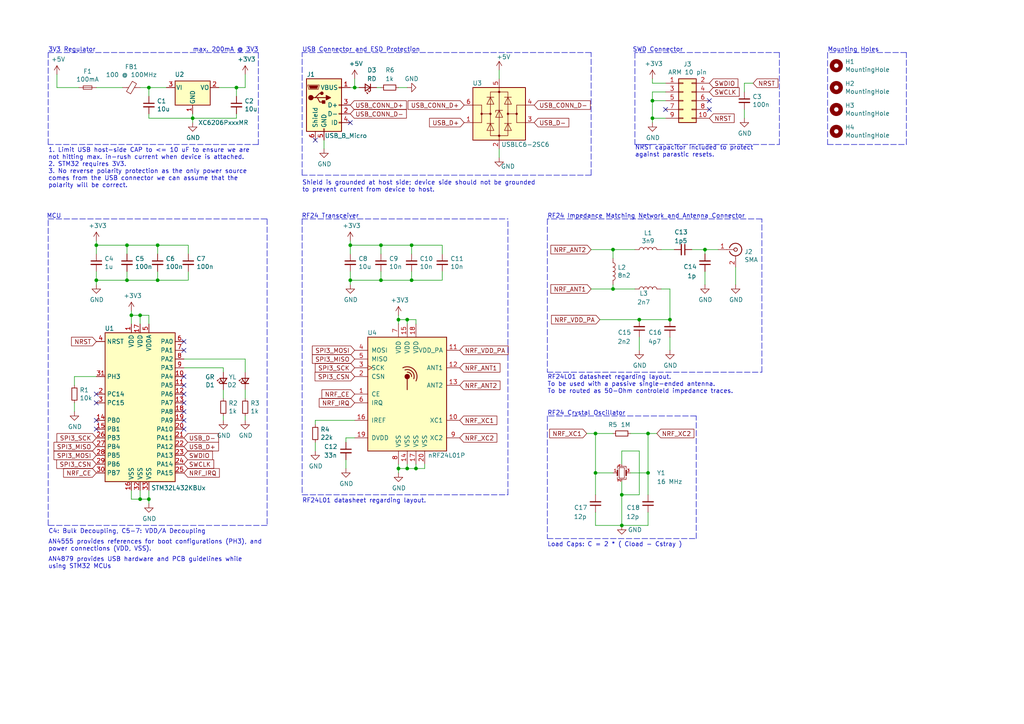
<source format=kicad_sch>
(kicad_sch (version 20211123) (generator eeschema)
  (paper "A4")
  (lib_symbols
    (symbol "Connector:Conn_Coaxial" (pin_names (offset 1.016) hide)
      (property "Reference" "J" (at 0.254 3.048 0))
      (property "Value" "Conn_Coaxial" (at 2.921 0 90))
      (symbol "Conn_Coaxial_0_1"
        (arc (start -1.778 -0.508) (mid 0.2311 -1.8066) (end 1.778 0) (stroke (width 0.254)))
        (polyline (pts (xy -2.54 0) (xy -0.508 0)))
        (polyline (pts (xy 0 -2.54) (xy 0 -1.778)))
        (circle (center 0 0) (radius 0.508) (stroke (width 0.2032)))
        (arc (start 1.778 0) (mid 0.2099 1.8101) (end -1.778 0.508) (stroke (width 0.254)))
      )
      (symbol "Conn_Coaxial_1_1"
        (pin passive line (at -5.08 0 0) (length 2.54) (name "In") (number "1"))
        (pin passive line (at 0 -5.08 90) (length 2.54) (name "Ext") (number "2"))
      )
    )
    (symbol "Connector:USB_B_Micro" (pin_names (offset 1.016))
      (property "Reference" "J" (at -5.08 11.43 0))
      (property "Value" "USB_B_Micro" (at -5.08 8.89 0))
      (symbol "USB_B_Micro_0_1"
        (rectangle (start -5.08 -7.62) (end 5.08 7.62) (stroke (width 0.254)) (fill (type background)))
        (circle (center -3.81 2.159) (radius 0.635) (stroke (width 0.254)) (fill (type outline)))
        (circle (center -0.635 3.429) (radius 0.381) (stroke (width 0.254)) (fill (type outline)))
        (rectangle (start -0.127 -7.62) (end 0.127 -6.858))
        (polyline (pts (xy -1.905 2.159) (xy 0.635 2.159)) (stroke (width 0.254)))
        (polyline (pts (xy -3.175 2.159) (xy -2.54 2.159) (xy -1.27 3.429) (xy -0.635 3.429)) (stroke (width 0.254)))
        (polyline (pts (xy -2.54 2.159) (xy -1.905 2.159) (xy -1.27 0.889) (xy 0 0.889)) (stroke (width 0.254)))
        (polyline (pts (xy 0.635 2.794) (xy 0.635 1.524) (xy 1.905 2.159) (xy 0.635 2.794)) (stroke (width 0.254)) (fill (type outline)))
        (polyline (pts (xy -4.318 5.588) (xy -1.778 5.588) (xy -2.032 4.826) (xy -4.064 4.826) (xy -4.318 5.588)) (fill (type outline)))
        (polyline (pts (xy -4.699 5.842) (xy -4.699 5.588) (xy -4.445 4.826) (xy -4.445 4.572) (xy -1.651 4.572) (xy -1.651 4.826) (xy -1.397 5.588) (xy -1.397 5.842) (xy -4.699 5.842)))
        (rectangle (start 0.254 1.27) (end -0.508 0.508) (stroke (width 0.254)) (fill (type outline)))
        (rectangle (start 5.08 -5.207) (end 4.318 -4.953))
        (rectangle (start 5.08 -2.667) (end 4.318 -2.413))
        (rectangle (start 5.08 -0.127) (end 4.318 0.127))
        (rectangle (start 5.08 4.953) (end 4.318 5.207))
      )
      (symbol "USB_B_Micro_1_1"
        (pin power_out line (at 7.62 5.08 180) (length 2.54) (name "VBUS") (number "1"))
        (pin bidirectional line (at 7.62 -2.54 180) (length 2.54) (name "D-") (number "2"))
        (pin bidirectional line (at 7.62 0 180) (length 2.54) (name "D+") (number "3"))
        (pin passive line (at 7.62 -5.08 180) (length 2.54) (name "ID") (number "4"))
        (pin power_out line (at 0 -10.16 90) (length 2.54) (name "GND") (number "5"))
        (pin passive line (at -2.54 -10.16 90) (length 2.54) (name "Shield") (number "6"))
      )
    )
    (symbol "Connector_Generic:Conn_02x05_Odd_Even" (pin_names (offset 1.016) hide)
      (property "Reference" "J" (at 1.27 7.62 0))
      (property "Value" "Conn_02x05_Odd_Even" (at 1.27 -7.62 0))
      (symbol "Conn_02x05_Odd_Even_1_1"
        (rectangle (start -1.27 -4.953) (end 0 -5.207) (stroke (width 0.1524)))
        (rectangle (start -1.27 -2.413) (end 0 -2.667) (stroke (width 0.1524)))
        (rectangle (start -1.27 0.127) (end 0 -0.127) (stroke (width 0.1524)))
        (rectangle (start -1.27 2.667) (end 0 2.413) (stroke (width 0.1524)))
        (rectangle (start -1.27 5.207) (end 0 4.953) (stroke (width 0.1524)))
        (rectangle (start -1.27 6.35) (end 3.81 -6.35) (stroke (width 0.254)) (fill (type background)))
        (rectangle (start 3.81 -4.953) (end 2.54 -5.207) (stroke (width 0.1524)))
        (rectangle (start 3.81 -2.413) (end 2.54 -2.667) (stroke (width 0.1524)))
        (rectangle (start 3.81 0.127) (end 2.54 -0.127) (stroke (width 0.1524)))
        (rectangle (start 3.81 2.667) (end 2.54 2.413) (stroke (width 0.1524)))
        (rectangle (start 3.81 5.207) (end 2.54 4.953) (stroke (width 0.1524)))
        (pin passive line (at -5.08 5.08 0) (length 3.81) (name "Pin_1") (number "1"))
        (pin passive line (at 7.62 -5.08 180) (length 3.81) (name "Pin_10") (number "10"))
        (pin passive line (at 7.62 5.08 180) (length 3.81) (name "Pin_2") (number "2"))
        (pin passive line (at -5.08 2.54 0) (length 3.81) (name "Pin_3") (number "3"))
        (pin passive line (at 7.62 2.54 180) (length 3.81) (name "Pin_4") (number "4"))
        (pin passive line (at -5.08 0 0) (length 3.81) (name "Pin_5") (number "5"))
        (pin passive line (at 7.62 0 180) (length 3.81) (name "Pin_6") (number "6"))
        (pin passive line (at -5.08 -2.54 0) (length 3.81) (name "Pin_7") (number "7"))
        (pin passive line (at 7.62 -2.54 180) (length 3.81) (name "Pin_8") (number "8"))
        (pin passive line (at -5.08 -5.08 0) (length 3.81) (name "Pin_9") (number "9"))
      )
    )
    (symbol "Device:C_Small" (pin_numbers hide) (pin_names (offset 0.254) hide)
      (property "Reference" "C" (at 0.254 1.778 0))
      (property "Value" "C_Small" (at 0.254 -2.032 0))
      (symbol "C_Small_0_1"
        (polyline (pts (xy -1.524 -0.508) (xy 1.524 -0.508)) (stroke (width 0.3302)))
        (polyline (pts (xy -1.524 0.508) (xy 1.524 0.508)) (stroke (width 0.3048)))
      )
      (symbol "C_Small_1_1"
        (pin passive line (at 0 2.54 270) (length 2.032) (name "~") (number "1"))
        (pin passive line (at 0 -2.54 90) (length 2.032) (name "~") (number "2"))
      )
    )
    (symbol "Device:Crystal_GND24_Small" (pin_names (offset 1.016) hide)
      (property "Reference" "Y" (at 1.27 4.445 0))
      (property "Value" "Crystal_GND24_Small" (at 1.27 2.54 0))
      (symbol "Crystal_GND24_Small_0_1"
        (rectangle (start -0.762 -1.524) (end 0.762 1.524))
        (polyline (pts (xy -1.27 -0.762) (xy -1.27 0.762)) (stroke (width 0.381)))
        (polyline (pts (xy 1.27 -0.762) (xy 1.27 0.762)) (stroke (width 0.381)))
        (polyline (pts (xy -1.27 -1.27) (xy -1.27 -1.905) (xy 1.27 -1.905) (xy 1.27 -1.27)))
        (polyline (pts (xy -1.27 1.27) (xy -1.27 1.905) (xy 1.27 1.905) (xy 1.27 1.27)))
      )
      (symbol "Crystal_GND24_Small_1_1"
        (pin passive line (at -2.54 0 0) (length 1.27) (name "1") (number "1"))
        (pin passive line (at 0 -2.54 90) (length 0.635) (name "2") (number "2"))
        (pin passive line (at 2.54 0 180) (length 1.27) (name "3") (number "3"))
        (pin passive line (at 0 2.54 270) (length 0.635) (name "4") (number "4"))
      )
    )
    (symbol "Device:Fuse_Small" (pin_numbers hide) (pin_names (offset 0.254) hide)
      (property "Reference" "F" (at 0 -1.524 0))
      (property "Value" "Fuse_Small" (at 0 1.524 0))
      (symbol "Fuse_Small_0_1"
        (rectangle (start -1.27 0.508) (end 1.27 -0.508))
        (polyline (pts (xy -1.27 0) (xy 1.27 0)))
      )
      (symbol "Fuse_Small_1_1"
        (pin passive line (at -2.54 0 0) (length 1.27) (name "~") (number "1"))
        (pin passive line (at 2.54 0 180) (length 1.27) (name "~") (number "2"))
      )
    )
    (symbol "Device:L" (pin_numbers hide) (pin_names (offset 1.016) hide)
      (property "Reference" "L" (at -1.27 0 90))
      (property "Value" "L" (at 1.905 0 90))
      (symbol "L_0_1"
        (arc (start 0 -2.54) (mid 0.635 -1.905) (end 0 -1.27))
        (arc (start 0 -1.27) (mid 0.635 -0.635) (end 0 0))
        (arc (start 0 0) (mid 0.635 0.635) (end 0 1.27))
        (arc (start 0 1.27) (mid 0.635 1.905) (end 0 2.54))
      )
      (symbol "L_1_1"
        (pin passive line (at 0 3.81 270) (length 1.27) (name "1") (number "1"))
        (pin passive line (at 0 -3.81 90) (length 1.27) (name "2") (number "2"))
      )
    )
    (symbol "Device:LED_Small" (pin_numbers hide) (pin_names (offset 0.254) hide)
      (property "Reference" "D" (at -1.27 3.175 0))
      (property "Value" "LED_Small" (at -4.445 -2.54 0))
      (symbol "LED_Small_0_1"
        (polyline (pts (xy -0.762 -1.016) (xy -0.762 1.016)) (stroke (width 0.254)))
        (polyline (pts (xy 1.016 0) (xy -0.762 0)))
        (polyline (pts (xy 0.762 -1.016) (xy -0.762 0) (xy 0.762 1.016) (xy 0.762 -1.016)) (stroke (width 0.254)))
        (polyline (pts (xy 0 0.762) (xy -0.508 1.27) (xy -0.254 1.27) (xy -0.508 1.27) (xy -0.508 1.016)))
        (polyline (pts (xy 0.508 1.27) (xy 0 1.778) (xy 0.254 1.778) (xy 0 1.778) (xy 0 1.524)))
      )
      (symbol "LED_Small_1_1"
        (pin passive line (at -2.54 0 0) (length 1.778) (name "K") (number "1"))
        (pin passive line (at 2.54 0 180) (length 1.778) (name "A") (number "2"))
      )
    )
    (symbol "Device:R_Small" (pin_numbers hide) (pin_names (offset 0.254) hide)
      (property "Reference" "R" (at 0.762 0.508 0))
      (property "Value" "R_Small" (at 0.762 -1.016 0))
      (symbol "R_Small_0_1"
        (rectangle (start -0.762 1.778) (end 0.762 -1.778) (stroke (width 0.2032)))
      )
      (symbol "R_Small_1_1"
        (pin passive line (at 0 2.54 270) (length 0.762) (name "~") (number "1"))
        (pin passive line (at 0 -2.54 90) (length 0.762) (name "~") (number "2"))
      )
    )
    (symbol "MCU_ST_STM32L4:STM32L432KBUx"
      (property "Reference" "U" (at -10.16 21.59 0))
      (property "Value" "STM32L432KBUx" (at 5.08 21.59 0))
      (symbol "STM32L432KBUx_0_1"
        (rectangle (start -10.16 -22.86) (end 10.16 20.32) (stroke (width 0.254)) (fill (type background)))
      )
      (symbol "STM32L432KBUx_1_1"
        (pin power_in line (at -2.54 22.86 270) (length 2.54) (name "VDD") (number "1"))
        (pin bidirectional line (at 12.7 7.62 180) (length 2.54) (name "PA4") (number "10"))
        (pin bidirectional line (at 12.7 5.08 180) (length 2.54) (name "PA5") (number "11"))
        (pin bidirectional line (at 12.7 2.54 180) (length 2.54) (name "PA6") (number "12"))
        (pin bidirectional line (at 12.7 0 180) (length 2.54) (name "PA7") (number "13"))
        (pin bidirectional line (at -12.7 -5.08 0) (length 2.54) (name "PB0") (number "14"))
        (pin bidirectional line (at -12.7 -7.62 0) (length 2.54) (name "PB1") (number "15"))
        (pin power_in line (at -2.54 -25.4 90) (length 2.54) (name "VSS") (number "16"))
        (pin power_in line (at 0 22.86 270) (length 2.54) (name "VDD") (number "17"))
        (pin bidirectional line (at 12.7 -2.54 180) (length 2.54) (name "PA8") (number "18"))
        (pin bidirectional line (at 12.7 -5.08 180) (length 2.54) (name "PA9") (number "19"))
        (pin bidirectional line (at -12.7 2.54 0) (length 2.54) (name "PC14") (number "2"))
        (pin bidirectional line (at 12.7 -7.62 180) (length 2.54) (name "PA10") (number "20"))
        (pin bidirectional line (at 12.7 -10.16 180) (length 2.54) (name "PA11") (number "21"))
        (pin bidirectional line (at 12.7 -12.7 180) (length 2.54) (name "PA12") (number "22"))
        (pin bidirectional line (at 12.7 -15.24 180) (length 2.54) (name "PA13") (number "23"))
        (pin bidirectional line (at 12.7 -17.78 180) (length 2.54) (name "PA14") (number "24"))
        (pin bidirectional line (at 12.7 -20.32 180) (length 2.54) (name "PA15") (number "25"))
        (pin bidirectional line (at -12.7 -10.16 0) (length 2.54) (name "PB3") (number "26"))
        (pin bidirectional line (at -12.7 -12.7 0) (length 2.54) (name "PB4") (number "27"))
        (pin bidirectional line (at -12.7 -15.24 0) (length 2.54) (name "PB5") (number "28"))
        (pin bidirectional line (at -12.7 -17.78 0) (length 2.54) (name "PB6") (number "29"))
        (pin bidirectional line (at -12.7 0 0) (length 2.54) (name "PC15") (number "3"))
        (pin bidirectional line (at -12.7 -20.32 0) (length 2.54) (name "PB7") (number "30"))
        (pin bidirectional line (at -12.7 7.62 0) (length 2.54) (name "PH3") (number "31"))
        (pin power_in line (at 0 -25.4 90) (length 2.54) (name "VSS") (number "32"))
        (pin power_in line (at 2.54 -25.4 90) (length 2.54) (name "VSS") (number "33"))
        (pin input line (at -12.7 17.78 0) (length 2.54) (name "NRST") (number "4"))
        (pin power_in line (at 2.54 22.86 270) (length 2.54) (name "VDDA") (number "5"))
        (pin bidirectional line (at 12.7 17.78 180) (length 2.54) (name "PA0") (number "6"))
        (pin bidirectional line (at 12.7 15.24 180) (length 2.54) (name "PA1") (number "7"))
        (pin bidirectional line (at 12.7 12.7 180) (length 2.54) (name "PA2") (number "8"))
        (pin bidirectional line (at 12.7 10.16 180) (length 2.54) (name "PA3") (number "9"))
      )
    )
    (symbol "Mechanical:MountingHole" (pin_names (offset 1.016))
      (property "Reference" "H" (at 0 5.08 0))
      (property "Value" "MountingHole" (at 0 3.175 0))
      (symbol "MountingHole_0_1"
        (circle (center 0 0) (radius 1.27) (stroke (width 1.27)))
      )
    )
    (symbol "Power_Protection:USBLC6-2SC6" (pin_names hide)
      (property "Reference" "U" (at 2.54 8.89 0))
      (property "Value" "USBLC6-2SC6" (at 2.54 -8.89 0))
      (symbol "USBLC6-2SC6_0_1"
        (rectangle (start -7.62 -7.62) (end 7.62 7.62) (stroke (width 0.254)) (fill (type background)))
        (circle (center -5.08 0) (radius 0.254) (fill (type outline)))
        (circle (center -2.54 0) (radius 0.254) (fill (type outline)))
        (rectangle (start -2.54 6.35) (end 2.54 -6.35))
        (circle (center 0 -6.35) (radius 0.254) (fill (type outline)))
        (polyline (pts (xy -5.08 -2.54) (xy -7.62 -2.54)))
        (polyline (pts (xy -5.08 0) (xy -5.08 -2.54)))
        (polyline (pts (xy -5.08 2.54) (xy -7.62 2.54)))
        (polyline (pts (xy -1.524 -2.794) (xy -3.556 -2.794)))
        (polyline (pts (xy -1.524 4.826) (xy -3.556 4.826)))
        (polyline (pts (xy 0 -7.62) (xy 0 -6.35)))
        (polyline (pts (xy 0 -6.35) (xy 0 1.27)))
        (polyline (pts (xy 0 1.27) (xy 0 6.35)))
        (polyline (pts (xy 0 6.35) (xy 0 7.62)))
        (polyline (pts (xy 1.524 -2.794) (xy 3.556 -2.794)))
        (polyline (pts (xy 1.524 4.826) (xy 3.556 4.826)))
        (polyline (pts (xy 5.08 -2.54) (xy 7.62 -2.54)))
        (polyline (pts (xy 5.08 0) (xy 5.08 -2.54)))
        (polyline (pts (xy 5.08 2.54) (xy 7.62 2.54)))
        (polyline (pts (xy -2.54 0) (xy -5.08 0) (xy -5.08 2.54)))
        (polyline (pts (xy 2.54 0) (xy 5.08 0) (xy 5.08 2.54)))
        (polyline (pts (xy -3.556 -4.826) (xy -1.524 -4.826) (xy -2.54 -2.794) (xy -3.556 -4.826)))
        (polyline (pts (xy -3.556 2.794) (xy -1.524 2.794) (xy -2.54 4.826) (xy -3.556 2.794)))
        (polyline (pts (xy -1.016 -1.016) (xy 1.016 -1.016) (xy 0 1.016) (xy -1.016 -1.016)))
        (polyline (pts (xy 1.016 1.016) (xy 0.762 1.016) (xy -1.016 1.016) (xy -1.016 0.508)))
        (polyline (pts (xy 3.556 -4.826) (xy 1.524 -4.826) (xy 2.54 -2.794) (xy 3.556 -4.826)))
        (polyline (pts (xy 3.556 2.794) (xy 1.524 2.794) (xy 2.54 4.826) (xy 3.556 2.794)))
        (circle (center 0 6.35) (radius 0.254) (fill (type outline)))
        (circle (center 2.54 0) (radius 0.254) (fill (type outline)))
        (circle (center 5.08 0) (radius 0.254) (fill (type outline)))
      )
      (symbol "USBLC6-2SC6_1_1"
        (pin passive line (at -10.16 -2.54 0) (length 2.54) (name "I/O1") (number "1"))
        (pin passive line (at 0 -10.16 90) (length 2.54) (name "GND") (number "2"))
        (pin passive line (at 10.16 -2.54 180) (length 2.54) (name "I/O2") (number "3"))
        (pin passive line (at 10.16 2.54 180) (length 2.54) (name "I/O2") (number "4"))
        (pin passive line (at 0 10.16 270) (length 2.54) (name "VBUS") (number "5"))
        (pin passive line (at -10.16 2.54 0) (length 2.54) (name "I/O1") (number "6"))
      )
    )
    (symbol "RF:nRF24L01P" (pin_names (offset 1.016))
      (property "Reference" "U" (at -11.43 17.78 0))
      (property "Value" "nRF24L01P" (at 5.08 17.78 0))
      (symbol "nRF24L01P_0_1"
        (rectangle (start -11.43 16.51) (end 11.43 -16.51) (stroke (width 0.254)) (fill (type background)))
        (polyline (pts (xy 0 4.445) (xy 0 1.27)) (stroke (width 0.254)))
        (circle (center 0 5.08) (radius 0.635) (stroke (width 0.254)) (fill (type outline)))
        (arc (start 1.27 5.08) (mid 0.9071 5.9946) (end 0 6.35) (stroke (width 0.254)))
        (arc (start 1.905 4.445) (mid 1.4313 6.5254) (end -0.635 6.985) (stroke (width 0.254)))
        (arc (start 2.54 3.81) (mid 2.008 7.088) (end -1.27 7.62) (stroke (width 0.254)))
        (rectangle (start 11.43 -13.97) (end 11.43 -13.97))
      )
      (symbol "nRF24L01P_1_1"
        (pin input line (at -15.24 0 0) (length 3.81) (name "CE") (number "1"))
        (pin passive line (at 15.24 -7.62 180) (length 3.81) (name "XC1") (number "10"))
        (pin power_out line (at 15.24 12.7 180) (length 3.81) (name "VDD_PA") (number "11"))
        (pin passive line (at 15.24 7.62 180) (length 3.81) (name "ANT1") (number "12"))
        (pin passive line (at 15.24 2.54 180) (length 3.81) (name "ANT2") (number "13"))
        (pin power_in line (at 0 -20.32 90) (length 3.81) (name "VSS") (number "14"))
        (pin power_in line (at 0 20.32 270) (length 3.81) (name "VDD") (number "15"))
        (pin passive line (at -15.24 -7.62 0) (length 3.81) (name "IREF") (number "16"))
        (pin power_in line (at 2.54 -20.32 90) (length 3.81) (name "VSS") (number "17"))
        (pin power_in line (at 2.54 20.32 270) (length 3.81) (name "VDD") (number "18"))
        (pin power_out line (at -15.24 -12.7 0) (length 3.81) (name "DVDD") (number "19"))
        (pin input line (at -15.24 5.08 0) (length 3.81) (name "CSN") (number "2"))
        (pin power_in line (at 5.08 -20.32 90) (length 3.81) (name "VSS") (number "20"))
        (pin input clock (at -15.24 7.62 0) (length 3.81) (name "SCK") (number "3"))
        (pin input line (at -15.24 12.7 0) (length 3.81) (name "MOSI") (number "4"))
        (pin output line (at -15.24 10.16 0) (length 3.81) (name "MISO") (number "5"))
        (pin output line (at -15.24 -2.54 0) (length 3.81) (name "IRQ") (number "6"))
        (pin power_in line (at -2.54 20.32 270) (length 3.81) (name "VDD") (number "7"))
        (pin power_in line (at -2.54 -20.32 90) (length 3.81) (name "VSS") (number "8"))
        (pin passive line (at 15.24 -12.7 180) (length 3.81) (name "XC2") (number "9"))
      )
    )
    (symbol "Regulator_Linear:XC6206PxxxMR" (pin_names (offset 0.254))
      (property "Reference" "U" (at -3.81 3.175 0))
      (property "Value" "XC6206PxxxMR" (at 0 3.175 0))
      (symbol "XC6206PxxxMR_0_1"
        (rectangle (start -5.08 1.905) (end 5.08 -5.08) (stroke (width 0.254)) (fill (type background)))
      )
      (symbol "XC6206PxxxMR_1_1"
        (pin power_in line (at 0 -7.62 90) (length 2.54) (name "GND") (number "1"))
        (pin power_out line (at 7.62 0 180) (length 2.54) (name "VO") (number "2"))
        (pin power_in line (at -7.62 0 0) (length 2.54) (name "VI") (number "3"))
      )
    )
    (symbol "power:+5V" (power) (pin_names (offset 0))
      (property "Value" "+5V" (at 0 3.556 0))
      (symbol "+5V_0_1"
        (polyline (pts (xy -0.762 1.27) (xy 0 2.54)))
        (polyline (pts (xy 0 0) (xy 0 2.54)))
        (polyline (pts (xy 0 2.54) (xy 0.762 1.27)))
      )
      (symbol "+5V_1_1"
        (pin power_in line (at 0 0 90) (length 0) hide (name "+5V") (number "1"))
      )
    )
    (symbol "power:GND" (power) (pin_names (offset 0))
      (property "Value" "GND" (at 0 -3.81 0))
      (symbol "GND_0_1"
        (polyline (pts (xy 0 0) (xy 0 -1.27) (xy 1.27 -1.27) (xy 0 -2.54) (xy -1.27 -1.27) (xy 0 -1.27)))
      )
      (symbol "GND_1_1"
        (pin power_in line (at 0 0 270) (length 0) hide (name "GND") (number "1"))
      )
    )
    (symbol "usb-rf-rescue:+3.3V-power" (power) (pin_names (offset 0))
      (property "Value" "+3.3V-power" (at 0 3.556 0))
      (symbol "+3.3V-power_0_1"
        (polyline (pts (xy -0.762 1.27) (xy 0 2.54)))
        (polyline (pts (xy 0 0) (xy 0 2.54)))
        (polyline (pts (xy 0 2.54) (xy 0.762 1.27)))
      )
      (symbol "+3.3V-power_1_1"
        (pin power_in line (at 0 0 90) (length 0) hide (name "+3V3") (number "1"))
      )
    )
    (symbol "usb-rf-rescue:Ferrite_Bead_Small-Device" (pin_numbers hide) (pin_names (offset 0))
      (property "Reference" "FB" (at 1.905 1.27 0))
      (property "Value" "Ferrite_Bead_Small-Device" (at 1.905 -1.27 0))
      (symbol "Ferrite_Bead_Small-Device_0_1"
        (polyline (pts (xy 0 -1.27) (xy 0 -0.7874)))
        (polyline (pts (xy 0 0.889) (xy 0 1.2954)))
        (polyline (pts (xy -1.8288 0.2794) (xy -1.1176 1.4986) (xy 1.8288 -0.2032) (xy 1.1176 -1.4224) (xy -1.8288 0.2794)))
      )
      (symbol "Ferrite_Bead_Small-Device_1_1"
        (pin passive line (at 0 2.54 270) (length 1.27) (name "~") (number "1"))
        (pin passive line (at 0 -2.54 90) (length 1.27) (name "~") (number "2"))
      )
    )
  )
  (junction (at 36.83 71.12))
  (junction (at 177.8 83.82))
  (junction (at 68.58 25.4))
  (junction (at 119.38 71.12))
  (junction (at 172.72 137.16))
  (junction (at 110.49 81.28))
  (junction (at 120.65 135.89))
  (junction (at 177.8 72.39))
  (junction (at 43.18 144.78))
  (junction (at 187.96 125.73))
  (junction (at 119.38 81.28))
  (junction (at 55.88 34.29))
  (junction (at 43.18 25.4))
  (junction (at 172.72 125.73))
  (junction (at 115.57 135.89))
  (junction (at 102.87 25.4))
  (junction (at 27.94 71.12))
  (junction (at 118.11 92.71))
  (junction (at 189.23 34.29))
  (junction (at 185.42 92.71))
  (junction (at 189.23 29.21))
  (junction (at 27.94 81.28))
  (junction (at 40.64 91.44))
  (junction (at 101.6 81.28))
  (junction (at 204.47 72.39))
  (junction (at 38.1 91.44))
  (junction (at 187.96 137.16))
  (junction (at 36.83 81.28))
  (junction (at 194.31 92.71))
  (junction (at 118.11 135.89))
  (junction (at 40.64 144.78))
  (junction (at 115.57 92.71))
  (junction (at 180.34 152.4))
  (junction (at 45.72 71.12))
  (junction (at 101.6 71.12))
  (junction (at 180.34 143.51))
  (junction (at 45.72 81.28))
  (junction (at 110.49 71.12))
  (no_connect (at 91.44 40.64))
  (no_connect (at 53.34 114.3))
  (no_connect (at 53.34 119.38))
  (no_connect (at 27.94 124.46))
  (no_connect (at 53.34 116.84))
  (no_connect (at 205.74 31.75))
  (no_connect (at 53.34 99.06))
  (no_connect (at 53.34 101.6))
  (no_connect (at 101.6 35.56))
  (no_connect (at 53.34 121.92))
  (no_connect (at 27.94 121.92))
  (no_connect (at 193.04 31.75))
  (no_connect (at 27.94 116.84))
  (no_connect (at 53.34 111.76))
  (no_connect (at 53.34 109.22))
  (no_connect (at 27.94 114.3))
  (no_connect (at 205.74 29.21))
  (no_connect (at 53.34 124.46))
  (wire (pts (xy 68.58 25.4) (xy 71.12 25.4)))
  (wire (pts (xy 36.83 81.28) (xy 45.72 81.28)))
  (wire (pts (xy 27.94 78.74) (xy 27.94 81.28)))
  (wire (pts (xy 54.61 81.28) (xy 54.61 78.74)))
  (polyline (pts (xy 74.93 15.24) (xy 74.93 41.91)))
  (wire (pts (xy 102.87 25.4) (xy 102.87 22.86)))
  (wire (pts (xy 101.6 25.4) (xy 102.87 25.4)))
  (wire (pts (xy 171.45 83.82) (xy 177.8 83.82)))
  (wire (pts (xy 45.72 81.28) (xy 54.61 81.28)))
  (wire (pts (xy 218.44 24.13) (xy 215.9 24.13)))
  (wire (pts (xy 120.65 92.71) (xy 118.11 92.71)))
  (wire (pts (xy 185.42 130.81) (xy 185.42 143.51)))
  (wire (pts (xy 27.94 81.28) (xy 36.83 81.28)))
  (wire (pts (xy 187.96 125.73) (xy 190.5 125.73)))
  (wire (pts (xy 189.23 29.21) (xy 189.23 34.29)))
  (wire (pts (xy 120.65 93.98) (xy 120.65 92.71)))
  (polyline (pts (xy 77.47 152.4) (xy 13.97 152.4)))
  (wire (pts (xy 21.59 116.84) (xy 21.59 119.38)))
  (wire (pts (xy 170.18 125.73) (xy 172.72 125.73)))
  (wire (pts (xy 102.87 25.4) (xy 104.14 25.4)))
  (wire (pts (xy 100.33 127) (xy 102.87 127)))
  (wire (pts (xy 115.57 92.71) (xy 115.57 93.98)))
  (wire (pts (xy 110.49 71.12) (xy 101.6 71.12)))
  (polyline (pts (xy 171.45 50.8) (xy 87.63 50.8)))
  (wire (pts (xy 101.6 82.55) (xy 101.6 81.28)))
  (polyline (pts (xy 13.97 63.5) (xy 77.47 63.5)))
  (polyline (pts (xy 87.63 63.5) (xy 87.63 143.51)))
  (wire (pts (xy 38.1 142.24) (xy 38.1 144.78)))
  (wire (pts (xy 55.88 34.29) (xy 55.88 35.56)))
  (wire (pts (xy 204.47 78.74) (xy 204.47 82.55)))
  (polyline (pts (xy 13.97 15.24) (xy 74.93 15.24)))
  (polyline (pts (xy 74.93 41.91) (xy 13.97 41.91)))
  (wire (pts (xy 123.19 135.89) (xy 120.65 135.89)))
  (wire (pts (xy 102.87 121.92) (xy 91.44 121.92)))
  (wire (pts (xy 180.34 130.81) (xy 185.42 130.81)))
  (wire (pts (xy 43.18 93.98) (xy 43.18 91.44)))
  (wire (pts (xy 123.19 134.62) (xy 123.19 135.89)))
  (wire (pts (xy 43.18 144.78) (xy 43.18 146.05)))
  (wire (pts (xy 119.38 73.66) (xy 119.38 71.12)))
  (wire (pts (xy 16.51 25.4) (xy 16.51 21.59)))
  (wire (pts (xy 55.88 33.02) (xy 55.88 34.29)))
  (wire (pts (xy 180.34 143.51) (xy 180.34 152.4)))
  (wire (pts (xy 194.31 83.82) (xy 194.31 92.71)))
  (wire (pts (xy 27.94 109.22) (xy 21.59 109.22)))
  (wire (pts (xy 21.59 109.22) (xy 21.59 111.76)))
  (wire (pts (xy 43.18 142.24) (xy 43.18 144.78)))
  (wire (pts (xy 180.34 130.81) (xy 180.34 134.62)))
  (wire (pts (xy 189.23 34.29) (xy 189.23 35.56)))
  (wire (pts (xy 189.23 22.86) (xy 189.23 24.13)))
  (wire (pts (xy 128.27 81.28) (xy 128.27 78.74)))
  (polyline (pts (xy 158.75 63.5) (xy 158.75 107.95)))
  (polyline (pts (xy 87.63 143.51) (xy 147.32 143.51)))
  (wire (pts (xy 187.96 143.51) (xy 187.96 137.16)))
  (wire (pts (xy 187.96 125.73) (xy 182.88 125.73)))
  (wire (pts (xy 193.04 34.29) (xy 189.23 34.29)))
  (wire (pts (xy 68.58 34.29) (xy 55.88 34.29)))
  (wire (pts (xy 144.78 43.18) (xy 144.78 45.72)))
  (wire (pts (xy 172.72 125.73) (xy 177.8 125.73)))
  (wire (pts (xy 40.64 144.78) (xy 43.18 144.78)))
  (wire (pts (xy 191.77 72.39) (xy 195.58 72.39)))
  (polyline (pts (xy 13.97 41.91) (xy 13.97 15.24)))
  (wire (pts (xy 177.8 72.39) (xy 184.15 72.39)))
  (polyline (pts (xy 87.63 63.5) (xy 147.32 63.5)))
  (wire (pts (xy 177.8 74.93) (xy 177.8 72.39)))
  (wire (pts (xy 53.34 104.14) (xy 71.12 104.14)))
  (polyline (pts (xy 147.32 143.51) (xy 147.32 63.5)))
  (wire (pts (xy 120.65 134.62) (xy 120.65 135.89)))
  (wire (pts (xy 115.57 134.62) (xy 115.57 135.89)))
  (wire (pts (xy 180.34 139.7) (xy 180.34 143.51)))
  (wire (pts (xy 36.83 71.12) (xy 27.94 71.12)))
  (polyline (pts (xy 220.98 107.95) (xy 220.98 63.5)))
  (wire (pts (xy 71.12 115.57) (xy 71.12 113.03)))
  (polyline (pts (xy 158.75 107.95) (xy 220.98 107.95)))
  (polyline (pts (xy 158.75 120.65) (xy 158.75 156.21)))
  (wire (pts (xy 115.57 135.89) (xy 115.57 137.16)))
  (wire (pts (xy 120.65 135.89) (xy 118.11 135.89)))
  (wire (pts (xy 110.49 73.66) (xy 110.49 71.12)))
  (wire (pts (xy 27.94 71.12) (xy 27.94 69.85)))
  (wire (pts (xy 128.27 71.12) (xy 119.38 71.12)))
  (wire (pts (xy 64.77 120.65) (xy 64.77 121.92)))
  (wire (pts (xy 43.18 91.44) (xy 40.64 91.44)))
  (polyline (pts (xy 184.15 41.91) (xy 226.06 41.91)))
  (wire (pts (xy 43.18 34.29) (xy 55.88 34.29)))
  (wire (pts (xy 115.57 25.4) (xy 118.11 25.4)))
  (wire (pts (xy 101.6 71.12) (xy 101.6 69.85)))
  (wire (pts (xy 115.57 91.44) (xy 115.57 92.71)))
  (wire (pts (xy 213.36 77.47) (xy 213.36 82.55)))
  (wire (pts (xy 40.64 142.24) (xy 40.64 144.78)))
  (wire (pts (xy 48.26 25.4) (xy 43.18 25.4)))
  (wire (pts (xy 119.38 81.28) (xy 128.27 81.28)))
  (polyline (pts (xy 220.98 63.5) (xy 158.75 63.5)))
  (wire (pts (xy 118.11 135.89) (xy 115.57 135.89)))
  (wire (pts (xy 35.56 25.4) (xy 27.94 25.4)))
  (wire (pts (xy 101.6 81.28) (xy 110.49 81.28)))
  (wire (pts (xy 182.88 137.16) (xy 187.96 137.16)))
  (wire (pts (xy 27.94 82.55) (xy 27.94 81.28)))
  (wire (pts (xy 100.33 135.89) (xy 100.33 133.35)))
  (wire (pts (xy 185.42 97.79) (xy 185.42 101.6)))
  (wire (pts (xy 36.83 73.66) (xy 36.83 71.12)))
  (polyline (pts (xy 87.63 50.8) (xy 87.63 15.24)))
  (wire (pts (xy 128.27 73.66) (xy 128.27 71.12)))
  (wire (pts (xy 38.1 91.44) (xy 38.1 90.17)))
  (wire (pts (xy 71.12 25.4) (xy 71.12 21.59)))
  (polyline (pts (xy 262.89 41.91) (xy 262.89 15.24)))
  (wire (pts (xy 180.34 152.4) (xy 187.96 152.4)))
  (wire (pts (xy 93.98 40.64) (xy 93.98 43.18)))
  (wire (pts (xy 172.72 137.16) (xy 172.72 125.73)))
  (polyline (pts (xy 240.03 15.24) (xy 240.03 41.91)))
  (wire (pts (xy 63.5 25.4) (xy 68.58 25.4)))
  (wire (pts (xy 68.58 33.02) (xy 68.58 34.29)))
  (wire (pts (xy 118.11 134.62) (xy 118.11 135.89)))
  (wire (pts (xy 189.23 26.67) (xy 189.23 29.21)))
  (polyline (pts (xy 226.06 15.24) (xy 184.15 15.24)))
  (polyline (pts (xy 171.45 50.8) (xy 171.45 15.24)))
  (wire (pts (xy 172.72 143.51) (xy 172.72 137.16)))
  (wire (pts (xy 54.61 73.66) (xy 54.61 71.12)))
  (wire (pts (xy 68.58 25.4) (xy 68.58 27.94)))
  (wire (pts (xy 193.04 26.67) (xy 189.23 26.67)))
  (polyline (pts (xy 226.06 41.91) (xy 226.06 15.24)))
  (wire (pts (xy 172.72 148.59) (xy 172.72 152.4)))
  (polyline (pts (xy 171.45 15.24) (xy 87.63 15.24)))
  (wire (pts (xy 71.12 121.92) (xy 71.12 120.65)))
  (wire (pts (xy 189.23 24.13) (xy 193.04 24.13)))
  (wire (pts (xy 71.12 104.14) (xy 71.12 107.95)))
  (polyline (pts (xy 262.89 15.24) (xy 240.03 15.24)))
  (wire (pts (xy 43.18 33.02) (xy 43.18 34.29)))
  (wire (pts (xy 22.86 25.4) (xy 16.51 25.4)))
  (wire (pts (xy 194.31 97.79) (xy 194.31 101.6)))
  (wire (pts (xy 215.9 24.13) (xy 215.9 26.67)))
  (wire (pts (xy 109.22 25.4) (xy 110.49 25.4)))
  (wire (pts (xy 118.11 93.98) (xy 118.11 92.71)))
  (wire (pts (xy 91.44 121.92) (xy 91.44 123.19)))
  (wire (pts (xy 36.83 78.74) (xy 36.83 81.28)))
  (wire (pts (xy 187.96 137.16) (xy 187.96 125.73)))
  (wire (pts (xy 110.49 78.74) (xy 110.49 81.28)))
  (wire (pts (xy 45.72 71.12) (xy 36.83 71.12)))
  (polyline (pts (xy 77.47 63.5) (xy 77.47 152.4)))
  (polyline (pts (xy 13.97 152.4) (xy 13.97 63.5)))
  (wire (pts (xy 45.72 78.74) (xy 45.72 81.28)))
  (wire (pts (xy 100.33 128.27) (xy 100.33 127)))
  (wire (pts (xy 27.94 73.66) (xy 27.94 71.12)))
  (wire (pts (xy 101.6 73.66) (xy 101.6 71.12)))
  (wire (pts (xy 110.49 81.28) (xy 119.38 81.28)))
  (wire (pts (xy 171.45 72.39) (xy 177.8 72.39)))
  (wire (pts (xy 215.9 31.75) (xy 215.9 34.29)))
  (wire (pts (xy 45.72 73.66) (xy 45.72 71.12)))
  (wire (pts (xy 64.77 113.03) (xy 64.77 115.57)))
  (wire (pts (xy 38.1 93.98) (xy 38.1 91.44)))
  (wire (pts (xy 177.8 83.82) (xy 184.15 83.82)))
  (wire (pts (xy 180.34 143.51) (xy 185.42 143.51)))
  (wire (pts (xy 204.47 72.39) (xy 204.47 73.66)))
  (wire (pts (xy 187.96 152.4) (xy 187.96 148.59)))
  (wire (pts (xy 191.77 83.82) (xy 194.31 83.82)))
  (wire (pts (xy 119.38 71.12) (xy 110.49 71.12)))
  (polyline (pts (xy 184.15 15.24) (xy 184.15 41.91)))
  (wire (pts (xy 208.28 72.39) (xy 204.47 72.39)))
  (wire (pts (xy 177.8 82.55) (xy 177.8 83.82)))
  (wire (pts (xy 194.31 92.71) (xy 185.42 92.71)))
  (wire (pts (xy 43.18 25.4) (xy 40.64 25.4)))
  (polyline (pts (xy 201.93 156.21) (xy 201.93 120.65)))
  (wire (pts (xy 200.66 72.39) (xy 204.47 72.39)))
  (wire (pts (xy 144.78 20.32) (xy 144.78 22.86)))
  (polyline (pts (xy 201.93 120.65) (xy 158.75 120.65)))
  (polyline (pts (xy 158.75 156.21) (xy 201.93 156.21)))
  (wire (pts (xy 43.18 27.94) (xy 43.18 25.4)))
  (wire (pts (xy 40.64 91.44) (xy 38.1 91.44)))
  (wire (pts (xy 172.72 137.16) (xy 177.8 137.16)))
  (wire (pts (xy 40.64 93.98) (xy 40.64 91.44)))
  (wire (pts (xy 91.44 130.81) (xy 91.44 128.27)))
  (wire (pts (xy 101.6 78.74) (xy 101.6 81.28)))
  (wire (pts (xy 172.72 152.4) (xy 180.34 152.4)))
  (wire (pts (xy 119.38 78.74) (xy 119.38 81.28)))
  (wire (pts (xy 38.1 144.78) (xy 40.64 144.78)))
  (wire (pts (xy 193.04 29.21) (xy 189.23 29.21)))
  (polyline (pts (xy 240.03 41.91) (xy 262.89 41.91)))
  (wire (pts (xy 118.11 92.71) (xy 115.57 92.71)))
  (wire (pts (xy 54.61 71.12) (xy 45.72 71.12)))
  (wire (pts (xy 173.99 92.71) (xy 185.42 92.71)))
  (wire (pts (xy 64.77 107.95) (xy 64.77 106.68)))
  (wire (pts (xy 64.77 106.68) (xy 53.34 106.68)))
  (text "AN4879 provides USB hardware and PCB guidelines while\nusing STM32 MCUs" (at 13.97 165.1 0) (effects (font (size 1.27 1.27)) (justify left bottom)))
  (text "1. Limit USB host-side CAP to <= 10 uF to ensure we are\nnot hitting max. in-rush current when device is attached. \n2. STM32 requires 3V3.\n3. No reverse polarity protection as the only power source \ncomes from the USB connector we can assume that the\npolarity will be correct. \n" (at 13.97 54.61 0) (effects (font (size 1.27 1.27)) (justify left bottom)))
  (text "RF24 Impedance Matching Network and Antenna Connector" (at 158.75 63.5 0) (effects (font (size 1.27 1.27)) (justify left bottom)))
  (text "C4: Bulk Decoupling, C5-7: VDD/A Decoupling" (at 59.69 154.94 180) (effects (font (size 1.27 1.27)) (justify right bottom)))
  (text "Shield is grounded at host side; device side should not be grounded\nto prevent current from device to host." (at 87.63 55.88 0) (effects (font (size 1.27 1.27)) (justify left bottom)))
  (text "AN4555 provides references for boot configurations (PH3), and \npower connections (VDD, VSS)." (at 13.97 160.02 0) (effects (font (size 1.27 1.27)) (justify left bottom)))
  (text "3V3 Regulator" (at 13.97 15.24 0) (effects (font (size 1.27 1.27)) (justify left bottom)))
  (text "max. 200mA @ 3V3" (at 55.88 15.24 0) (effects (font (size 1.27 1.27)) (justify left bottom)))
  (text "Mounting Holes" (at 240.03 15.24 0) (effects (font (size 1.27 1.27)) (justify left bottom)))
  (text "SWD Connector" (at 198.12 15.24 180) (effects (font (size 1.27 1.27)) (justify right bottom)))
  (text "NRST capacitor included to protect\nagainst parastic resets." (at 184.15 45.72 0) (effects (font (size 1.27 1.27)) (justify left bottom)))
  (text "RF24 Transceiver" (at 104.14 63.5 180) (effects (font (size 1.27 1.27)) (justify right bottom)))
  (text "RF24L01 datasheet regarding layout.\nTo be used with a passive single-ended antenna. \nTo be routed as 50-Ohm controleld impedance traces. " (at 158.75 114.3 0) (effects (font (size 1.27 1.27)) (justify left bottom)))
  (text "Load Caps: C = 2 * ( Cload - Cstray )" (at 158.75 158.75 0) (effects (font (size 1.27 1.27)) (justify left bottom)))
  (text "MCU" (at 17.78 63.5 180) (effects (font (size 1.27 1.27)) (justify right bottom)))
  (text "RF24 Crystal Oscillator" (at 158.75 120.65 0) (effects (font (size 1.27 1.27)) (justify left bottom)))
  (text "RF24L01 datasheet regarding layout." (at 87.63 146.05 0) (effects (font (size 1.27 1.27)) (justify left bottom)))
  (text "USB Connector and ESD Protection" (at 87.63 15.24 0) (effects (font (size 1.27 1.27)) (justify left bottom)))
  (global_label "USB_D-" (shape input) (at 53.34 127 0) (property "Intersheet References" "${INTERSHEET_REFS}" (effects hide)))
  (global_label "NRF_ANT1" (shape input) (at 133.35 106.68 0) (property "Intersheet References" "${INTERSHEET_REFS}" (effects hide)))
  (global_label "SPI3_SCK" (shape input) (at 102.87 106.68 180) (property "Intersheet References" "${INTERSHEET_REFS}" (effects hide)))
  (global_label "NRF_IRQ" (shape input) (at 53.34 137.16 0) (property "Intersheet References" "${INTERSHEET_REFS}" (effects hide)))
  (global_label "USB_CONN_D+" (shape input) (at 134.62 30.48 180) (property "Intersheet References" "${INTERSHEET_REFS}" (effects hide)))
  (global_label "NRF_CE" (shape input) (at 102.87 114.3 180) (property "Intersheet References" "${INTERSHEET_REFS}" (effects hide)))
  (global_label "SPI3_MISO" (shape input) (at 27.94 129.54 180) (property "Intersheet References" "${INTERSHEET_REFS}" (effects hide)))
  (global_label "NRF_XC1" (shape input) (at 133.35 121.92 0) (property "Intersheet References" "${INTERSHEET_REFS}" (effects hide)))
  (global_label "SPI3_MOSI" (shape input) (at 102.87 101.6 180) (property "Intersheet References" "${INTERSHEET_REFS}" (effects hide)))
  (global_label "NRF_XC2" (shape input) (at 133.35 127 0) (property "Intersheet References" "${INTERSHEET_REFS}" (effects hide)))
  (global_label "SWDIO" (shape input) (at 53.34 132.08 0) (property "Intersheet References" "${INTERSHEET_REFS}" (effects hide)))
  (global_label "NRST" (shape input) (at 27.94 99.06 180) (property "Intersheet References" "${INTERSHEET_REFS}" (effects hide)))
  (global_label "SPI3_CSN" (shape input) (at 27.94 134.62 180) (property "Intersheet References" "${INTERSHEET_REFS}" (effects hide)))
  (global_label "NRF_VDD_PA" (shape input) (at 173.99 92.71 180) (property "Intersheet References" "${INTERSHEET_REFS}" (effects hide)))
  (global_label "USB_CONN_D-" (shape input) (at 101.6 33.02 0) (property "Intersheet References" "${INTERSHEET_REFS}" (effects hide)))
  (global_label "USB_CONN_D-" (shape input) (at 154.94 30.48 0) (property "Intersheet References" "${INTERSHEET_REFS}" (effects hide)))
  (global_label "NRST" (shape input) (at 218.44 24.13 0) (property "Intersheet References" "${INTERSHEET_REFS}" (effects hide)))
  (global_label "SPI3_MOSI" (shape input) (at 27.94 132.08 180) (property "Intersheet References" "${INTERSHEET_REFS}" (effects hide)))
  (global_label "NRF_XC1" (shape input) (at 170.18 125.73 180) (property "Intersheet References" "${INTERSHEET_REFS}" (effects hide)))
  (global_label "NRF_ANT2" (shape input) (at 133.35 111.76 0) (property "Intersheet References" "${INTERSHEET_REFS}" (effects hide)))
  (global_label "SPI3_MISO" (shape input) (at 102.87 104.14 180) (property "Intersheet References" "${INTERSHEET_REFS}" (effects hide)))
  (global_label "USB_D+" (shape input) (at 53.34 129.54 0) (property "Intersheet References" "${INTERSHEET_REFS}" (effects hide)))
  (global_label "USB_D+" (shape input) (at 134.62 35.56 180) (property "Intersheet References" "${INTERSHEET_REFS}" (effects hide)))
  (global_label "NRF_IRQ" (shape input) (at 102.87 116.84 180) (property "Intersheet References" "${INTERSHEET_REFS}" (effects hide)))
  (global_label "NRF_ANT2" (shape input) (at 171.45 72.39 180) (property "Intersheet References" "${INTERSHEET_REFS}" (effects hide)))
  (global_label "NRF_VDD_PA" (shape input) (at 133.35 101.6 0) (property "Intersheet References" "${INTERSHEET_REFS}" (effects hide)))
  (global_label "NRST" (shape input) (at 205.74 34.29 0) (property "Intersheet References" "${INTERSHEET_REFS}" (effects hide)))
  (global_label "NRF_CE" (shape input) (at 27.94 137.16 180) (property "Intersheet References" "${INTERSHEET_REFS}" (effects hide)))
  (global_label "NRF_ANT1" (shape input) (at 171.45 83.82 180) (property "Intersheet References" "${INTERSHEET_REFS}" (effects hide)))
  (global_label "USB_D-" (shape input) (at 154.94 35.56 0) (property "Intersheet References" "${INTERSHEET_REFS}" (effects hide)))
  (global_label "USB_CONN_D+" (shape input) (at 101.6 30.48 0) (property "Intersheet References" "${INTERSHEET_REFS}" (effects hide)))
  (global_label "SPI3_SCK" (shape input) (at 27.94 127 180) (property "Intersheet References" "${INTERSHEET_REFS}" (effects hide)))
  (global_label "SWDIO" (shape input) (at 205.74 24.13 0) (property "Intersheet References" "${INTERSHEET_REFS}" (effects hide)))
  (global_label "SPI3_CSN" (shape input) (at 102.87 109.22 180) (property "Intersheet References" "${INTERSHEET_REFS}" (effects hide)))
  (global_label "SWCLK" (shape input) (at 205.74 26.67 0) (property "Intersheet References" "${INTERSHEET_REFS}" (effects hide)))
  (global_label "NRF_XC2" (shape input) (at 190.5 125.73 0) (property "Intersheet References" "${INTERSHEET_REFS}" (effects hide)))
  (global_label "SWCLK" (shape input) (at 53.34 134.62 0) (property "Intersheet References" "${INTERSHEET_REFS}" (effects hide)))
  (symbol (lib_id "MCU_ST_STM32L4:STM32L432KBUx") (at 40.64 116.84 0) (unit 1)
    (property "Reference" "U1" (at 31.75 95.25 0))
    (property "Value" "STM32L432KBUx" (at 59.69 142.24 0) (effects (justify right bottom)))
    (property "Footprint" "Package_DFN_QFN:QFN-32-1EP_5x5mm_P0.5mm_EP3.45x3.45mm" (effects hide))
    (property "Datasheet" "http://www.st.com/st-web-ui/static/active/en/resource/technical/document/datasheet/DM00257205.pdf" (effects hide))
  )
  (symbol (lib_id "usb-rf-rescue:Ferrite_Bead_Small-Device") (at 38.1 25.4 270) (unit 1)
    (property "Reference" "FB1" (at 38.1 19.3802 90))
    (property "Value" "100 @ 100MHz" (at 38.1 21.6916 90))
    (property "Footprint" "Inductor_SMD:L_0805_2012Metric" (effects hide))
  )
  (symbol (lib_id "Regulator_Linear:XC6206PxxxMR") (at 55.88 25.4 0) (unit 1)
    (property "Reference" "U2" (at 52.07 21.59 0))
    (property "Value" "XC6206PxxxMR" (at 64.77 35.56 0))
    (property "Footprint" "Package_TO_SOT_SMD:SOT-23" (effects hide))
    (property "Datasheet" "https://www.torexsemi.com/file/xc6206/XC6206.pdf" (effects hide))
  )
  (symbol (lib_id "Device:C_Small") (at 43.18 30.48 0) (unit 1)
    (property "Reference" "C1" (at 45.5168 29.3116 0) (effects (justify left)))
    (property "Value" "10u" (at 45.5168 31.623 0) (effects (justify left)))
    (property "Footprint" "Capacitor_SMD:C_0603_1608Metric" (effects hide))
  )
  (symbol (lib_id "Device:C_Small") (at 68.58 30.48 0) (unit 1)
    (property "Reference" "C2" (at 70.9168 29.3116 0) (effects (justify left)))
    (property "Value" "10u" (at 70.9168 31.623 0) (effects (justify left)))
    (property "Footprint" "Capacitor_SMD:C_0603_1608Metric" (effects hide))
  )
  (symbol (lib_id "usb-rf-rescue:+3.3V-power") (at 71.12 21.59 0) (unit 1)
    (property "Reference" "#PWR0103" (effects hide))
    (property "Value" "+3.3V" (at 71.501 17.1958 0))
  )
  (symbol (lib_id "power:+5V") (at 16.51 21.59 0) (unit 1)
    (property "Reference" "#PWR0102" (effects hide))
    (property "Value" "+5V" (at 16.891 17.1958 0))
  )
  (symbol (lib_id "Device:Fuse_Small") (at 25.4 25.4 0) (unit 1)
    (property "Reference" "F1" (at 25.4 20.701 0))
    (property "Value" "100mA" (at 25.4 23.0124 0))
    (property "Footprint" "Fuse:Fuse_1206_3216Metric" (effects hide))
  )
  (symbol (lib_id "power:GND") (at 55.88 35.56 0) (unit 1)
    (property "Reference" "#PWR0101" (effects hide))
    (property "Value" "GND" (at 56.007 39.9542 0))
  )
  (symbol (lib_id "RF:nRF24L01P") (at 118.11 114.3 0) (unit 1)
    (property "Reference" "U4" (at 107.95 96.52 0))
    (property "Value" "nRF24L01P" (at 129.54 132.08 0))
    (property "Footprint" "Package_DFN_QFN:QFN-20-1EP_4x4mm_P0.5mm_EP2.5x2.5mm" (effects hide))
    (property "Datasheet" "http://www.nordicsemi.com/eng/content/download/2726/34069/file/nRF24L01P_Product_Specification_1_0.pdf" (effects hide))
  )
  (symbol (lib_id "power:GND") (at 115.57 137.16 0) (unit 1)
    (property "Reference" "#PWR0123" (effects hide))
    (property "Value" "GND" (at 115.697 141.5542 0))
  )
  (symbol (lib_id "usb-rf-rescue:+3.3V-power") (at 115.57 91.44 0) (unit 1)
    (property "Reference" "#PWR0122" (effects hide))
    (property "Value" "+3.3V" (at 115.951 87.0458 0))
  )
  (symbol (lib_id "Device:C_Small") (at 101.6 76.2 0) (unit 1)
    (property "Reference" "C8" (at 103.9368 75.0316 0) (effects (justify left)))
    (property "Value" "10u" (at 103.9368 77.343 0) (effects (justify left)))
    (property "Footprint" "Capacitor_SMD:C_0402_1005Metric" (effects hide))
  )
  (symbol (lib_id "Device:C_Small") (at 110.49 76.2 0) (unit 1)
    (property "Reference" "C9" (at 112.8268 75.0316 0) (effects (justify left)))
    (property "Value" "10n" (at 112.8268 77.343 0) (effects (justify left)))
    (property "Footprint" "Capacitor_SMD:C_0402_1005Metric" (effects hide))
  )
  (symbol (lib_id "Device:C_Small") (at 119.38 76.2 0) (unit 1)
    (property "Reference" "C10" (at 121.7168 75.0316 0) (effects (justify left)))
    (property "Value" "10n" (at 121.7168 77.343 0) (effects (justify left)))
    (property "Footprint" "Capacitor_SMD:C_0402_1005Metric" (effects hide))
  )
  (symbol (lib_id "Device:C_Small") (at 128.27 76.2 0) (unit 1)
    (property "Reference" "C11" (at 130.6068 75.0316 0) (effects (justify left)))
    (property "Value" "10n" (at 130.6068 77.343 0) (effects (justify left)))
    (property "Footprint" "Capacitor_SMD:C_0402_1005Metric" (effects hide))
  )
  (symbol (lib_id "power:GND") (at 101.6 82.55 0) (unit 1)
    (property "Reference" "#PWR0118" (effects hide))
    (property "Value" "GND" (at 101.727 86.9442 0))
  )
  (symbol (lib_id "usb-rf-rescue:+3.3V-power") (at 101.6 69.85 0) (unit 1)
    (property "Reference" "#PWR0119" (effects hide))
    (property "Value" "+3.3V" (at 101.981 65.4558 0))
  )
  (symbol (lib_id "Device:R_Small") (at 21.59 114.3 0) (unit 1)
    (property "Reference" "R1" (at 23.0886 113.1316 0) (effects (justify left)))
    (property "Value" "10k" (at 23.0886 115.443 0) (effects (justify left)))
    (property "Footprint" "Resistor_SMD:R_0402_1005Metric" (effects hide))
  )
  (symbol (lib_id "Device:R_Small") (at 71.12 118.11 0) (unit 1)
    (property "Reference" "R3" (at 72.6186 116.9416 0) (effects (justify left)))
    (property "Value" "1k" (at 72.6186 119.253 0) (effects (justify left)))
    (property "Footprint" "Resistor_SMD:R_0603_1608Metric" (effects hide))
  )
  (symbol (lib_id "Device:R_Small") (at 64.77 118.11 0) (unit 1)
    (property "Reference" "R2" (at 66.2686 116.9416 0) (effects (justify left)))
    (property "Value" "1k" (at 66.2686 119.253 0) (effects (justify left)))
    (property "Footprint" "Resistor_SMD:R_0603_1608Metric" (effects hide))
  )
  (symbol (lib_id "Device:LED_Small") (at 64.77 110.49 90) (unit 1)
    (property "Reference" "D1" (at 62.2808 111.6584 90) (effects (justify left)))
    (property "Value" "GR" (at 62.2808 109.347 90) (effects (justify left)))
    (property "Footprint" "LED_SMD:LED_0603_1608Metric" (effects hide))
  )
  (symbol (lib_id "Device:LED_Small") (at 71.12 110.49 90) (unit 1)
    (property "Reference" "D2" (at 68.6308 111.6584 90) (effects (justify left)))
    (property "Value" "YL" (at 68.6308 109.347 90) (effects (justify left)))
    (property "Footprint" "LED_SMD:LED_0603_1608Metric" (effects hide))
  )
  (symbol (lib_id "power:GND") (at 21.59 119.38 0) (unit 1)
    (property "Reference" "#PWR0104" (effects hide))
    (property "Value" "GND" (at 21.717 123.7742 0))
  )
  (symbol (lib_id "power:GND") (at 64.77 121.92 0) (unit 1)
    (property "Reference" "#PWR0105" (effects hide))
    (property "Value" "GND" (at 64.897 126.3142 0))
  )
  (symbol (lib_id "Device:C_Small") (at 100.33 130.81 0) (unit 1)
    (property "Reference" "C12" (at 93.98 129.54 0) (effects (justify left)))
    (property "Value" "33n" (at 93.98 132.08 0) (effects (justify left)))
    (property "Footprint" "Capacitor_SMD:C_0402_1005Metric" (effects hide))
  )
  (symbol (lib_id "power:GND") (at 71.12 121.92 0) (unit 1)
    (property "Reference" "#PWR0106" (effects hide))
    (property "Value" "GND" (at 71.247 126.3142 0))
  )
  (symbol (lib_id "power:GND") (at 100.33 135.89 0) (unit 1)
    (property "Reference" "#PWR0121" (effects hide))
    (property "Value" "GND" (at 100.457 140.2842 0))
  )
  (symbol (lib_id "Device:R_Small") (at 91.44 125.73 0) (unit 1)
    (property "Reference" "R4" (at 92.9386 124.5616 0) (effects (justify left)))
    (property "Value" "22k" (at 92.9386 126.873 0) (effects (justify left)))
    (property "Footprint" "Resistor_SMD:R_0402_1005Metric" (effects hide))
  )
  (symbol (lib_id "power:GND") (at 43.18 146.05 0) (unit 1)
    (property "Reference" "#PWR0107" (effects hide))
    (property "Value" "GND" (at 43.307 150.4442 0))
  )
  (symbol (lib_id "usb-rf-rescue:+3.3V-power") (at 38.1 90.17 0) (unit 1)
    (property "Reference" "#PWR0108" (effects hide))
    (property "Value" "+3.3V" (at 38.481 85.7758 0))
  )
  (symbol (lib_id "power:GND") (at 91.44 130.81 0) (unit 1)
    (property "Reference" "#PWR0120" (effects hide))
    (property "Value" "GND" (at 91.567 135.2042 0))
  )
  (symbol (lib_id "Device:C_Small") (at 27.94 76.2 0) (unit 1)
    (property "Reference" "C4" (at 30.2768 75.0316 0) (effects (justify left)))
    (property "Value" "1u" (at 30.2768 77.343 0) (effects (justify left)))
    (property "Footprint" "Capacitor_SMD:C_0402_1005Metric" (effects hide))
  )
  (symbol (lib_id "Device:C_Small") (at 36.83 76.2 0) (unit 1)
    (property "Reference" "C5" (at 39.1668 75.0316 0) (effects (justify left)))
    (property "Value" "100n" (at 39.1668 77.343 0) (effects (justify left)))
    (property "Footprint" "Capacitor_SMD:C_0402_1005Metric" (effects hide))
  )
  (symbol (lib_id "Device:C_Small") (at 45.72 76.2 0) (unit 1)
    (property "Reference" "C6" (at 48.0568 75.0316 0) (effects (justify left)))
    (property "Value" "100n" (at 48.0568 77.343 0) (effects (justify left)))
    (property "Footprint" "Capacitor_SMD:C_0402_1005Metric" (effects hide))
  )
  (symbol (lib_id "Device:C_Small") (at 54.61 76.2 0) (unit 1)
    (property "Reference" "C7" (at 56.9468 75.0316 0) (effects (justify left)))
    (property "Value" "100n" (at 56.9468 77.343 0) (effects (justify left)))
    (property "Footprint" "Capacitor_SMD:C_0402_1005Metric" (effects hide))
  )
  (symbol (lib_id "power:GND") (at 27.94 82.55 0) (unit 1)
    (property "Reference" "#PWR0109" (effects hide))
    (property "Value" "GND" (at 28.067 86.9442 0))
  )
  (symbol (lib_id "usb-rf-rescue:+3.3V-power") (at 27.94 69.85 0) (unit 1)
    (property "Reference" "#PWR0110" (effects hide))
    (property "Value" "+3.3V" (at 28.321 65.4558 0))
  )
  (symbol (lib_id "Connector_Generic:Conn_02x05_Odd_Even") (at 198.12 29.21 0) (unit 1)
    (property "Reference" "J3" (at 199.39 18.6182 0))
    (property "Value" "ARM 10 pin" (at 199.39 20.9296 0))
    (property "Footprint" "Connector_PinHeader_1.27mm:PinHeader_2x05_P1.27mm_Vertical" (effects hide))
  )
  (symbol (lib_id "Device:C_Small") (at 215.9 29.21 0) (unit 1)
    (property "Reference" "C3" (at 218.2368 28.0416 0) (effects (justify left)))
    (property "Value" "100n" (at 218.2368 30.353 0) (effects (justify left)))
    (property "Footprint" "Capacitor_SMD:C_0402_1005Metric" (effects hide))
  )
  (symbol (lib_id "power:GND") (at 215.9 34.29 0) (unit 1)
    (property "Reference" "#PWR0111" (effects hide))
    (property "Value" "GND" (at 216.027 38.6842 0))
  )
  (symbol (lib_id "power:GND") (at 189.23 35.56 0) (unit 1)
    (property "Reference" "#PWR0112" (effects hide))
    (property "Value" "GND" (at 189.357 39.9542 0))
  )
  (symbol (lib_id "usb-rf-rescue:+3.3V-power") (at 189.23 22.86 0) (unit 1)
    (property "Reference" "#PWR0113" (effects hide))
    (property "Value" "+3.3V" (at 189.611 18.4658 0))
  )
  (symbol (lib_id "Device:L") (at 187.96 72.39 90) (unit 1)
    (property "Reference" "L1" (at 187.96 67.564 90))
    (property "Value" "3n9" (at 187.96 69.8754 90))
    (property "Footprint" "Inductor_SMD:L_0402_1005Metric" (effects hide))
  )
  (symbol (lib_id "Device:L") (at 177.8 78.74 0) (unit 1)
    (property "Reference" "L2" (at 179.1208 77.5716 0) (effects (justify left)))
    (property "Value" "8n2" (at 179.1208 79.883 0) (effects (justify left)))
    (property "Footprint" "Inductor_SMD:L_0402_1005Metric" (effects hide))
  )
  (symbol (lib_id "Device:L") (at 187.96 83.82 90) (unit 1)
    (property "Reference" "L3" (at 186.69 85.09 90))
    (property "Value" "2n7" (at 186.69 87.63 90))
    (property "Footprint" "Inductor_SMD:L_0402_1005Metric" (effects hide))
  )
  (symbol (lib_id "Device:C_Small") (at 198.12 72.39 270) (unit 1)
    (property "Reference" "C13" (at 195.58 67.31 90) (effects (justify left)))
    (property "Value" "1p5" (at 195.58 69.85 90) (effects (justify left)))
    (property "Footprint" "Capacitor_SMD:C_0402_1005Metric" (effects hide))
  )
  (symbol (lib_id "Device:C_Small") (at 204.47 76.2 180) (unit 1)
    (property "Reference" "C14" (at 202.1332 77.3684 0) (effects (justify left)))
    (property "Value" "1p" (at 201.93 80.01 0) (effects (justify left)))
    (property "Footprint" "Capacitor_SMD:C_0402_1005Metric" (effects hide))
  )
  (symbol (lib_id "Device:C_Small") (at 194.31 95.25 180) (unit 1)
    (property "Reference" "C16" (at 191.9732 96.4184 0) (effects (justify left)))
    (property "Value" "4p7" (at 191.77 99.06 0) (effects (justify left)))
    (property "Footprint" "Capacitor_SMD:C_0402_1005Metric" (effects hide))
  )
  (symbol (lib_id "Device:C_Small") (at 185.42 95.25 180) (unit 1)
    (property "Reference" "C15" (at 183.0832 96.4184 0) (effects (justify left)))
    (property "Value" "2n2" (at 182.88 99.06 0) (effects (justify left)))
    (property "Footprint" "Capacitor_SMD:C_0402_1005Metric" (effects hide))
  )
  (symbol (lib_id "power:GND") (at 185.42 101.6 0) (unit 1)
    (property "Reference" "#PWR0124" (effects hide))
    (property "Value" "GND" (at 185.547 105.9942 0))
  )
  (symbol (lib_id "power:GND") (at 194.31 101.6 0) (unit 1)
    (property "Reference" "#PWR0125" (effects hide))
    (property "Value" "GND" (at 194.437 105.9942 0))
  )
  (symbol (lib_id "Connector:USB_B_Micro") (at 93.98 30.48 0) (unit 1)
    (property "Reference" "J1" (at 90.17 21.59 0))
    (property "Value" "USB_B_Micro" (at 100.33 39.37 0))
    (property "Footprint" "footprints:USB_Micro-B_Molex-105017-0001-SeanCopy" (effects hide))
  )
  (symbol (lib_id "Power_Protection:USBLC6-2SC6") (at 144.78 33.02 0) (unit 1)
    (property "Reference" "U3" (at 138.43 24.13 0))
    (property "Value" "USBLC6-2SC6" (at 152.4 41.91 0))
    (property "Footprint" "Package_TO_SOT_SMD:SOT-23-6" (effects hide))
    (property "Datasheet" "https://www.st.com/resource/en/datasheet/usblc6-2.pdf" (effects hide))
  )
  (symbol (lib_id "Connector:Conn_Coaxial") (at 213.36 72.39 0) (unit 1)
    (property "Reference" "J2" (at 215.9 73.025 0) (effects (justify left)))
    (property "Value" "SMA" (at 215.9 75.3364 0) (effects (justify left)))
    (property "Footprint" "footprints:SMA_Samtec_SMA-J-P-X-ST-EM1_EdgeMount-SeanCopyy" (effects hide))
    (property "Datasheet" " ~" (effects hide))
  )
  (symbol (lib_id "power:GND") (at 204.47 82.55 0) (unit 1)
    (property "Reference" "#PWR0126" (effects hide))
    (property "Value" "GND" (at 204.597 86.9442 0))
  )
  (symbol (lib_id "power:GND") (at 144.78 45.72 0) (unit 1)
    (property "Reference" "#PWR0114" (effects hide))
    (property "Value" "GND" (at 147.32 48.26 0))
  )
  (symbol (lib_id "power:GND") (at 93.98 43.18 0) (unit 1)
    (property "Reference" "#PWR0115" (effects hide))
    (property "Value" "GND" (at 94.107 47.5742 0))
  )
  (symbol (lib_id "power:GND") (at 213.36 82.55 0) (unit 1)
    (property "Reference" "#PWR0127" (effects hide))
    (property "Value" "GND" (at 213.487 86.9442 0))
  )
  (symbol (lib_id "power:+5V") (at 102.87 22.86 0) (unit 1)
    (property "Reference" "#PWR0116" (effects hide))
    (property "Value" "+5V" (at 103.251 18.4658 0))
  )
  (symbol (lib_id "power:+5V") (at 144.78 20.32 0) (unit 1)
    (property "Reference" "#PWR0117" (effects hide))
    (property "Value" "+5V" (at 146.05 16.51 0))
  )
  (symbol (lib_id "Mechanical:MountingHole") (at 242.57 19.05 0) (unit 1)
    (property "Reference" "H1" (at 245.11 17.8816 0) (effects (justify left)))
    (property "Value" "MountingHole" (at 245.11 20.193 0) (effects (justify left)))
    (property "Footprint" "MountingHole:MountingHole_2.2mm_M2_Pad" (effects hide))
  )
  (symbol (lib_id "Mechanical:MountingHole") (at 242.57 25.4 0) (unit 1)
    (property "Reference" "H2" (at 245.11 24.2316 0) (effects (justify left)))
    (property "Value" "MountingHole" (at 245.11 26.543 0) (effects (justify left)))
    (property "Footprint" "MountingHole:MountingHole_2.2mm_M2_Pad" (effects hide))
  )
  (symbol (lib_id "Mechanical:MountingHole") (at 242.57 31.75 0) (unit 1)
    (property "Reference" "H3" (at 245.11 30.5816 0) (effects (justify left)))
    (property "Value" "MountingHole" (at 245.11 32.893 0) (effects (justify left)))
    (property "Footprint" "MountingHole:MountingHole_2.2mm_M2_Pad" (effects hide))
  )
  (symbol (lib_id "Mechanical:MountingHole") (at 242.57 38.1 0) (unit 1)
    (property "Reference" "H4" (at 245.11 36.9316 0) (effects (justify left)))
    (property "Value" "MountingHole" (at 245.11 39.243 0) (effects (justify left)))
    (property "Footprint" "MountingHole:MountingHole_2.2mm_M2_Pad" (effects hide))
  )
  (symbol (lib_id "Device:LED_Small") (at 106.68 25.4 180) (unit 1)
    (property "Reference" "D3" (at 109.22 20.32 0) (effects (justify left)))
    (property "Value" "RD" (at 109.22 22.86 0) (effects (justify left)))
    (property "Footprint" "LED_SMD:LED_0603_1608Metric" (effects hide))
  )
  (symbol (lib_id "Device:R_Small") (at 113.03 25.4 270) (unit 1)
    (property "Reference" "R6" (at 111.76 20.32 90) (effects (justify left)))
    (property "Value" "1k" (at 111.76 22.86 90) (effects (justify left)))
    (property "Footprint" "Resistor_SMD:R_0603_1608Metric" (effects hide))
  )
  (symbol (lib_id "power:GND") (at 118.11 25.4 90) (unit 1)
    (property "Reference" "#PWR0129" (effects hide))
    (property "Value" "GND" (at 119.38 22.86 90))
  )
  (symbol (lib_id "Device:R_Small") (at 180.34 125.73 90) (unit 1)
    (property "Reference" "R5" (at 179.07 123.19 90) (effects (justify left)))
    (property "Value" "1M" (at 182.88 123.19 90) (effects (justify left)))
    (property "Footprint" "Resistor_SMD:R_0402_1005Metric" (effects hide))
  )
  (symbol (lib_id "Device:C_Small") (at 172.72 146.05 180) (unit 1)
    (property "Reference" "C17" (at 170.3832 147.2184 0) (effects (justify left)))
    (property "Value" "12p" (at 170.18 149.86 0) (effects (justify left)))
    (property "Footprint" "Capacitor_SMD:C_0402_1005Metric" (effects hide))
  )
  (symbol (lib_id "Device:C_Small") (at 187.96 146.05 180) (unit 1)
    (property "Reference" "C18" (at 185.6232 147.2184 0) (effects (justify left)))
    (property "Value" "12p" (at 185.42 149.86 0) (effects (justify left)))
    (property "Footprint" "Capacitor_SMD:C_0402_1005Metric" (effects hide))
  )
  (symbol (lib_id "power:GND") (at 180.34 152.4 0) (unit 1)
    (property "Reference" "#PWR0128" (effects hide))
    (property "Value" "GND" (at 184.15 153.67 0))
  )
  (symbol (lib_id "Device:Crystal_GND24_Small") (at 180.34 137.16 0) (unit 1)
    (property "Reference" "Y1" (at 190.5 137.16 0) (effects (justify left)))
    (property "Value" "16 MHz" (at 190.5 139.7 0) (effects (justify left)))
    (property "Footprint" "Crystal:Crystal_SMD_3225-4Pin_3.2x2.5mm" (effects hide))
  )
)
</source>
